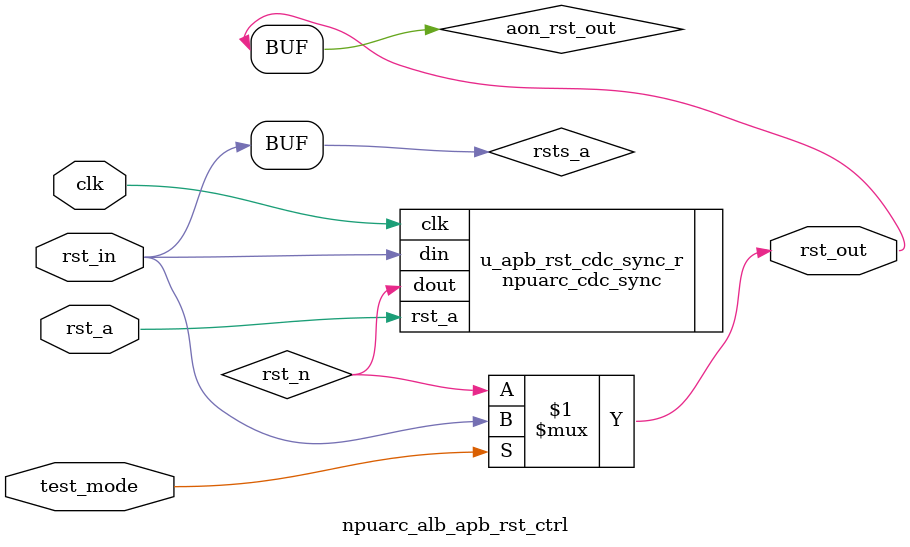
<source format=v>

`include "npuarc_defines.v"

// leda NTL_RST06 off    
// LMD: Avoid internally generated resets
// LJ: We do need to synchronize the rst_a

// spyglass disable_block Reset_sync04 Reset_check04
// SMD: Asynchronous reset signal 'rst_a' is synchronized at least twice
// SJ:  We do need to synchronize the rst_a

// spyglass disable_block Reset_check07
// SMD: Clear pin of sequential element 'rst_n' is driven by combinational logic
// SJ:  Converting active high rst_a to active low rst_n

// spyglass disable_block Reset_check10
// SMD: Asynchronous reset signal 'pd1_rst_a' is synchronized at least twice
// SJ:  Synchronize the pd1_rst_a is OK

// spyglass disable_block Ac_unsync01
// SMD: Unsynchronized Crossing
// SJ:  mcip_clk and clk are the same clock



module npuarc_alb_apb_rst_ctrl (
// spyglass disable_block FlopDataConstant LogicDepth MergeFlops-ML
input  clk,            // clock
input  rst_a,          // Global reset
input  rst_in,         // reset in
output rst_out,        // reset out
input  test_mode       // test mode to bypass FFs
);

//////////////////////////////////////////////////////////////////
// Synchronizing flip-flops (with async clear function)                  
wire rsts_a;
wire rst_n;        // active low reset output of 2nd sync FF

assign rsts_a = rst_in;

// spyglass disable_block STARC05-1.3.1.3
// SMD: asynchronous reset signal being used as synchronous or other use
// SJ:  used as asynchronous

npuarc_cdc_sync u_apb_rst_cdc_sync_r (
                                   .clk   (clk),
                                   .rst_a (rst_a),
                                   .din   (rsts_a),
                                   .dout  (rst_n)
                                  );
assign rst_out = test_mode ? rst_in : rst_n;

assign aon_rst_out = rst_out;


endmodule
// spyglass enable_block FlopDataConstant LogicDepth MergeFlops-ML
// leda NTL_RST06 on    


// spyglass enable_block STARC05-1.3.1.3
// spyglass enable_block Reset_sync04
// spyglass enable_block Reset_check04
// spyglass enable_block Reset_check07
// spyglass enable_block Reset_check10
// spyglass enable_block Ac_unsync01

</source>
